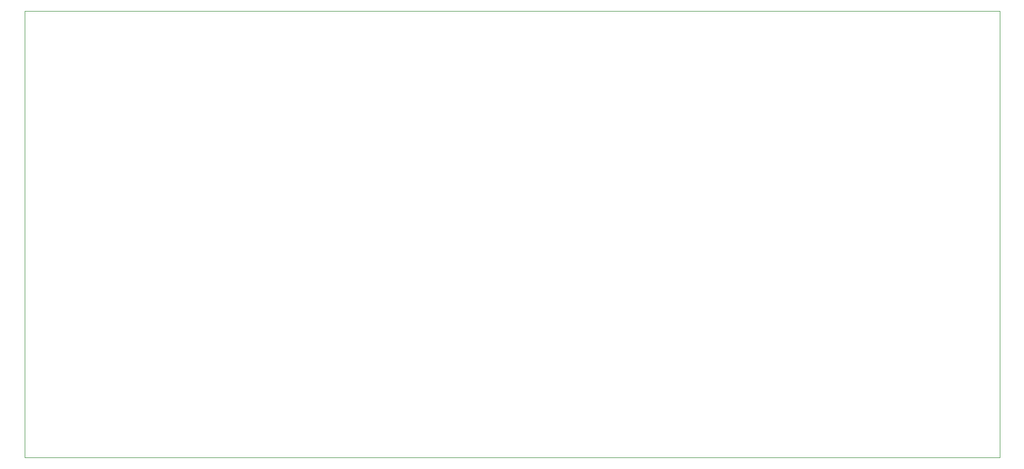
<source format=gbr>
%TF.GenerationSoftware,KiCad,Pcbnew,8.0.5-8.0.5-0~ubuntu24.04.1*%
%TF.CreationDate,2024-10-11T17:22:48+02:00*%
%TF.ProjectId,diplexer,6469706c-6578-4657-922e-6b696361645f,rev?*%
%TF.SameCoordinates,Original*%
%TF.FileFunction,Profile,NP*%
%FSLAX46Y46*%
G04 Gerber Fmt 4.6, Leading zero omitted, Abs format (unit mm)*
G04 Created by KiCad (PCBNEW 8.0.5-8.0.5-0~ubuntu24.04.1) date 2024-10-11 17:22:48*
%MOMM*%
%LPD*%
G01*
G04 APERTURE LIST*
%TA.AperFunction,Profile*%
%ADD10C,0.050000*%
%TD*%
G04 APERTURE END LIST*
D10*
X32000000Y-29000000D02*
X189000000Y-29000000D01*
X189000000Y-101000000D01*
X32000000Y-101000000D01*
X32000000Y-29000000D01*
M02*

</source>
